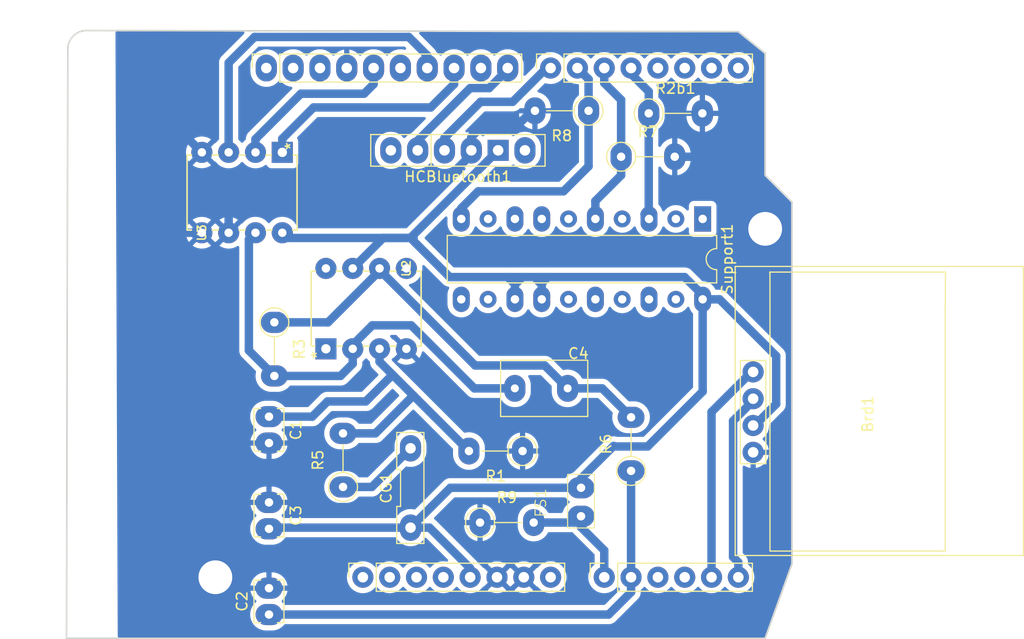
<source format=kicad_pcb>
(kicad_pcb (version 20221018) (generator pcbnew)
  (title_block (date "mar. 31 mars 2015"))
  (layers (0 "F.Cu" signal) (31 "B.Cu" signal) (34 "B.Paste" user) (35 "F.Paste" user) (36 "B.SilkS" user "B.Silkscreen") (37 "F.SilkS" user "F.Silkscreen") (38 "B.Mask" user) (39 "F.Mask" user) (44 "Edge.Cuts" user))
  (net 0 "")
  (net 1 "GND")
  (net 3 "+5V")
  (net 4 "/IOREF")
  (net 5 "/A0")
  (net 6 "/A1")
  (net 7 "/A2")
  (net 8 "/A3")
  (net 9 "/SDA{slash}A4")
  (net 10 "/SCL{slash}A5")
  (net 11 "/13")
  (net 12 "/12")
  (net 13 "/AREF")
  (net 14 "/8")
  (net 15 "/7")
  (net 16 "/*11")
  (net 17 "/*10")
  (net 18 "/*9")
  (net 19 "/4")
  (net 20 "/2")
  (net 21 "/*6")
  (net 22 "/*5")
  (net 23 "/TX{slash}1")
  (net 24 "/*3")
  (net 25 "/RX{slash}0")
  (net 26 "+3V3")
  (net 27 "VCC")
  (net 28 "/~{RESET}")
  (net 29 "Net-(U2-+IN)")
  (net 30 "Net-(U2-OUT)")
  (net 31 "/R2")
  (net 34 "Net-(CG1-Vout)")
  (footprint "Connector_PinSocket_2.54mm:PinSocket_1x08_P2.54mm_Vertical" (layer "F.Cu") (at 127.94 97.46 90)
    (fp_text reference "J1" hide)
    (fp_text value "Power")
    (fp_line (start -1.33 1.27) (end -1.33 19.11) (stroke (width 0.12)) (layer "F.SilkS"))
    (fp_line (start -1.33 1.27) (end 1.33 1.27) (stroke (width 0.12)) (layer "F.SilkS"))
    (fp_line (start -1.33 19.11) (end 1.33 19.11) (stroke (width 0.12)) (layer "F.SilkS"))
    (fp_line (start 0 -1.33) (end 1.33 -1.33) (stroke (width 0.12)) (layer "F.SilkS"))
    (fp_line (start 1.33 -1.33) (end 1.33 0) (stroke (width 0.12)) (layer "F.SilkS"))
    (fp_line (start 1.33 1.27) (end 1.33 19.11) (stroke (width 0.12)) (layer "F.SilkS"))
    (pad "1" thru_hole circle locked (at 0 0 90) (size 2 2) (drill 1) (layers "*.Cu" "*.Mask"))
    (pad "2" thru_hole circle locked (at 0 2.54 90) (size 2 2) (drill 1) (layers "*.Cu" "*.Mask") (net 4 "/IOREF"))
    (pad "3" thru_hole circle locked (at 0 5.08 90) (size 2 2) (drill 1) (layers "*.Cu" "*.Mask") (net 28 "/~{RESET}"))
    (pad "4" thru_hole circle locked (at 0 7.62 90) (size 2 2) (drill 1) (layers "*.Cu" "*.Mask") (net 26 "+3V3"))
    (pad "5" thru_hole circle locked (at 0 10.16 90) (size 2 2) (drill 1) (layers "*.Cu" "*.Mask") (net 3 "+5V"))
    (pad "6" thru_hole circle locked (at 0 12.7 90) (size 2 2) (drill 1) (layers "*.Cu" "*.Mask") (net 1 "GND"))
    (pad "7" thru_hole circle locked (at 0 15.24 90) (size 2 2) (drill 1) (layers "*.Cu" "*.Mask") (net 1 "GND"))
    (pad "8" thru_hole circle locked (at 0 17.78 90) (size 2 2) (drill 1) (layers "*.Cu" "*.Mask") (net 27 "VCC"))
  )
  (footprint "Connector_PinSocket_2.54mm:PinSocket_1x06_P2.54mm_Vertical" (layer "F.Cu") (at 150.8 97.46 90)
    (fp_text reference "J3" hide)
    (fp_text value "Analog")
    (fp_line (start -1.33 1.27) (end -1.33 14.03) (stroke (width 0.12)) (layer "F.SilkS"))
    (fp_line (start -1.33 1.27) (end 1.33 1.27) (stroke (width 0.12)) (layer "F.SilkS"))
    (fp_line (start -1.33 14.03) (end 1.33 14.03) (stroke (width 0.12)) (layer "F.SilkS"))
    (fp_line (start 0 -1.33) (end 1.33 -1.33) (stroke (width 0.12)) (layer "F.SilkS"))
    (fp_line (start 1.33 -1.33) (end 1.33 0) (stroke (width 0.12)) (layer "F.SilkS"))
    (fp_line (start 1.33 1.27) (end 1.33 14.03) (stroke (width 0.12)) (layer "F.SilkS"))
    (pad "1" thru_hole circle locked (at 0 0 90) (size 2 2) (drill 1) (layers "*.Cu" "*.Mask") (net 5 "/A0"))
    (pad "2" thru_hole circle locked (at 0 2.54 90) (size 2 2) (drill 1) (layers "*.Cu" "*.Mask") (net 6 "/A1"))
    (pad "3" thru_hole circle locked (at 0 5.08 90) (size 2 2) (drill 1) (layers "*.Cu" "*.Mask") (net 7 "/A2"))
    (pad "4" thru_hole circle locked (at 0 7.62 90) (size 2 2) (drill 1) (layers "*.Cu" "*.Mask") (net 8 "/A3"))
    (pad "5" thru_hole circle locked (at 0 10.16 90) (size 2 2) (drill 1) (layers "*.Cu" "*.Mask") (net 9 "/SDA{slash}A4"))
    (pad "6" thru_hole circle locked (at 0 12.7 90) (size 2 2) (drill 1) (layers "*.Cu" "*.Mask") (net 10 "/SCL{slash}A5"))
  )
  (footprint "Connector_PinSocket_2.54mm:PinSocket_1x10_P2.54mm_Vertical" (layer "F.Cu") (at 118.796 49.2 90)
    (fp_text reference "J2" hide)
    (fp_text value "Digital/PWM")
    (fp_line (start -1.33 1.27) (end -1.33 24.19) (stroke (width 0.12)) (layer "F.SilkS"))
    (fp_line (start -1.33 1.27) (end 1.33 1.27) (stroke (width 0.12)) (layer "F.SilkS"))
    (fp_line (start -1.33 24.19) (end 1.33 24.19) (stroke (width 0.12)) (layer "F.SilkS"))
    (fp_line (start 0 -1.33) (end 1.33 -1.33) (stroke (width 0.12)) (layer "F.SilkS"))
    (fp_line (start 1.33 -1.33) (end 1.33 0) (stroke (width 0.12)) (layer "F.SilkS"))
    (fp_line (start 1.33 1.27) (end 1.33 24.19) (stroke (width 0.12)) (layer "F.SilkS"))
    (pad "1" thru_hole oval locked (at 0 0 90) (size 2.54 2) (drill 1) (layers "*.Cu" "*.Mask") (net 10 "/SCL{slash}A5"))
    (pad "2" thru_hole oval locked (at 0 2.54 90) (size 2.54 2) (drill 1) (layers "*.Cu" "*.Mask") (net 9 "/SDA{slash}A4"))
    (pad "3" thru_hole oval locked (at 0 5.08 90) (size 2.54 2) (drill 1) (layers "*.Cu" "*.Mask") (net 13 "/AREF"))
    (pad "4" thru_hole oval locked (at 0 7.62 90) (size 2.54 2) (drill 1) (layers "*.Cu" "*.Mask") (net 1 "GND"))
    (pad "5" thru_hole oval locked (at 0 10.16 90) (size 2.54 2) (drill 1) (layers "*.Cu" "*.Mask") (net 11 "/13"))
    (pad "6" thru_hole oval locked (at 0 12.7 90) (size 2.54 2) (drill 1) (layers "*.Cu" "*.Mask") (net 12 "/12"))
    (pad "7" thru_hole oval locked (at 0 15.24 90) (size 2.54 2) (drill 1) (layers "*.Cu" "*.Mask") (net 16 "/*11"))
    (pad "8" thru_hole oval locked (at 0 17.78 90) (size 2.54 2) (drill 1) (layers "*.Cu" "*.Mask") (net 17 "/*10"))
    (pad "9" thru_hole oval locked (at 0 20.32 90) (size 2.54 2) (drill 1) (layers "*.Cu" "*.Mask") (net 18 "/*9"))
    (pad "10" thru_hole oval locked (at 0 22.86 90) (size 2.54 2) (drill 1) (layers "*.Cu" "*.Mask") (net 14 "/8"))
  )
  (footprint "Connector_PinSocket_2.54mm:PinSocket_1x08_P2.54mm_Vertical" (layer "F.Cu") (at 145.72 49.2 90)
    (fp_text reference "J4" hide)
    (fp_text value "Digital/PWM")
    (fp_line (start -1.33 1.27) (end -1.33 19.11) (stroke (width 0.12)) (layer "F.SilkS"))
    (fp_line (start -1.33 1.27) (end 1.33 1.27) (stroke (width 0.12)) (layer "F.SilkS"))
    (fp_line (start -1.33 19.11) (end 1.33 19.11) (stroke (width 0.12)) (layer "F.SilkS"))
    (fp_line (start 0 -1.33) (end 1.33 -1.33) (stroke (width 0.12)) (layer "F.SilkS"))
    (fp_line (start 1.33 -1.33) (end 1.33 0) (stroke (width 0.12)) (layer "F.SilkS"))
    (fp_line (start 1.33 1.27) (end 1.33 19.11) (stroke (width 0.12)) (layer "F.SilkS"))
    (pad "1" thru_hole circle locked (at 0 0 90) (size 2 2) (drill 1) (layers "*.Cu" "*.Mask") (net 15 "/7"))
    (pad "2" thru_hole circle locked (at 0 2.54 90) (size 2 2) (drill 1) (layers "*.Cu" "*.Mask") (net 21 "/*6"))
    (pad "3" thru_hole circle locked (at 0 5.08 90) (size 2 2) (drill 1) (layers "*.Cu" "*.Mask") (net 22 "/*5"))
    (pad "4" thru_hole circle locked (at 0 7.62 90) (size 2 2) (drill 1) (layers "*.Cu" "*.Mask") (net 19 "/4"))
    (pad "5" thru_hole circle locked (at 0 10.16 90) (size 2 2) (drill 1) (layers "*.Cu" "*.Mask") (net 24 "/*3"))
    (pad "6" thru_hole circle locked (at 0 12.7 90) (size 2 2) (drill 1) (layers "*.Cu" "*.Mask") (net 20 "/2"))
    (pad "7" thru_hole circle locked (at 0 15.24 90) (size 2 2) (drill 1) (layers "*.Cu" "*.Mask") (net 23 "/TX{slash}1"))
    (pad "8" thru_hole circle locked (at 0 17.78 90) (size 2 2) (drill 1) (layers "*.Cu" "*.Mask") (net 25 "/RX{slash}0"))
  )
  (footprint "Library_Empreinte:Bluetooth_HC-05" (layer "F.Cu") (at 136.94 57)
    (fp_text reference "HCBluetooth1" (at 0 2.5) (layer "F.SilkS"))
    (fp_text value "~")
    (fp_line (start -8.255 -1.5) (end 8.255 -1.5) (stroke (width 0.12)) (layer "F.SilkS"))
    (fp_line (start -8.255 1.5) (end -8.255 -1.5) (stroke (width 0.12)) (layer "F.SilkS"))
    (fp_line (start -2.54 -1.5) (end -2.54 1.5) (stroke (width 0.12)) (layer "F.SilkS"))
    (fp_line (start 8.255 -1.5) (end 8.255 1.5) (stroke (width 0.12)) (layer "F.SilkS"))
    (fp_line (start 8.255 1.5) (end -8.255 1.5) (stroke (width 0.12)) (layer "F.SilkS"))
    (pad "1" thru_hole oval (at -3.81 0) (size 2 2.5) (drill 1) (layers "*.Cu" "*.Mask") (net 14 "/8"))
    (pad "2" thru_hole oval (at -1.27 0) (size 2 2.5) (drill 1) (layers "*.Cu" "*.Mask") (net 15 "/7"))
    (pad "3" thru_hole oval (at 1.27 0) (size 2 2.5) (drill 1) (layers "*.Cu" "*.Mask") (net 1 "GND"))
    (pad "4" thru_hole rect (at 3.81 0) (size 2 2) (drill 1) (layers "*.Cu" "*.Mask") (net 3 "+5V"))
    (pad "5" thru_hole oval (at -6.35 0) (size 2 2.5) (drill 1) (layers "*.Cu" "*.Mask"))
    (pad "6" thru_hole oval (at 6.35 0) (size 2 2.5) (drill 1) (layers "*.Cu" "*.Mask"))
  )
  (footprint "Library_Empreinte:LTC" (layer "F.Cu") (at 132.06 68.19 90)
    (fp_text reference "U2" (at 0 0 90) (layer "F.SilkS") (effects (font (size 0.787402 0.787402))))
    (fp_text value "LTC1050ACN8")
    (fp_text user "*" (at -8.2042 -8.4328 90) (layer "F.SilkS"))
    (fp_line (start -7.366 -9.017) (end -7.366 -8.6614) (stroke (width 0.1524)) (layer "F.SilkS"))
    (fp_line (start -7.366 -6.5786) (end -7.366 -6.0706) (stroke (width 0.1524)) (layer "F.SilkS"))
    (fp_line (start -7.366 -4.0894) (end -7.366 -3.5306) (stroke (width 0.1524)) (layer "F.SilkS"))
    (fp_line (start -7.366 -1.5494) (end -7.366 -0.9906) (stroke (width 0.1524)) (layer "F.SilkS"))
    (fp_line (start -7.366 0.9906) (end -7.366 1.397) (stroke (width 0.1524)) (layer "F.SilkS"))
    (fp_line (start -7.366 1.397) (end -0.254 1.397) (stroke (width 0.1524)) (layer "F.SilkS"))
    (fp_line (start -0.254 -9.017) (end -7.366 -9.017) (stroke (width 0.1524)) (layer "F.SilkS"))
    (fp_line (start -0.254 -8.6106) (end -0.254 -9.017) (stroke (width 0.1524)) (layer "F.SilkS"))
    (fp_line (start -0.254 -6.0706) (end -0.254 -6.6294) (stroke (width 0.1524)) (layer "F.SilkS"))
    (fp_line (start -0.254 -3.5306) (end -0.254 -4.0894) (stroke (width 0.1524)) (layer "F.SilkS"))
    (fp_line (start -0.254 -0.9906) (end -0.254 -1.5494) (stroke (width 0.1524)) (layer "F.SilkS"))
    (fp_line (start -0.254 1.397) (end -0.254 0.9906) (stroke (width 0.1524)) (layer "F.SilkS"))
    (pad "1" thru_hole rect (at -7.62 -7.62 90) (size 2 2) (drill 0.889) (layers "*.Cu" "*.Mask"))
    (pad "2" thru_hole circle (at -7.62 -5.08 90) (size 2 2) (drill 0.8) (layers "*.Cu" "*.Mask") (net 31 "/R2"))
    (pad "3" thru_hole circle (at -7.62 -2.54 90) (size 2 2) (drill 0.8) (layers "*.Cu" "*.Mask") (net 29 "Net-(U2-+IN)"))
    (pad "4" thru_hole circle (at -7.62 0 90) (size 2 2) (drill 0.8) (layers "*.Cu" "*.Mask") (net 1 "GND"))
    (pad "5" thru_hole circle (at 0 0 90) (size 2 2) (drill 0.8) (layers "*.Cu" "*.Mask"))
    (pad "6" thru_hole circle (at 0 -2.54 90) (size 2 2) (drill 0.8) (layers "*.Cu" "*.Mask") (net 30 "Net-(U2-OUT)"))
    (pad "7" thru_hole circle (at 0 -5.08 90) (size 2 2) (drill 0.8) (layers "*.Cu" "*.Mask") (net 3 "+5V"))
    (pad "8" thru_hole circle (at 0 -7.62 90) (size 2 2) (drill 0.8) (layers "*.Cu" "*.Mask"))
  )
  (footprint "Library_Empreinte:C4" (layer "F.Cu") (at 144.7929 77.0191)
    (fp_text reference "C4" (at 3.556 -0.762 unlocked) (layer "F.SilkS"))
    (fp_text value "C")
    (fp_rect (start -3.81 -0.127) (end 4.445 5.207) (stroke (width 0.12)) (fill none) (layer "F.SilkS"))
    (pad "1" thru_hole oval (at -2.46 2.54) (size 2 2.54) (drill 0.762) (layers "*.Cu" "*.Mask") (net 31 "/R2"))
    (pad "2" thru_hole oval (at 2.54 2.54) (size 2 2.54) (drill 0.762) (layers "*.Cu" "*.Mask") (net 30 "Net-(U2-OUT)"))
  )
  (footprint "Library_Empreinte:R_Axial_DIN0207_L6.3mm_D2.5mm_P5.08mm_Vertical" (layer "F.Cu") (at 153.34 87.3798 90)
    (fp_text reference "R6" (at 2.54 -2.37 270) (layer "F.SilkS"))
    (fp_text value "R")
    (fp_line (start 1.37 0) (end 3.98 0) (stroke (width 0.12)) (layer "F.SilkS"))
    (fp_circle (center 0 0) (end 1.37 0) (stroke (width 0.12)) (fill none) (layer "F.SilkS"))
    (pad "1" thru_hole oval (at 0 0 90) (size 2 2.54) (drill 0.8) (layers "*.Cu" "*.Mask") (net 6 "/A1"))
    (pad "2" thru_hole oval (at 5.08 0 90) (size 2 2.54) (drill 0.8) (layers "*.Cu" "*.Mask") (net 30 "Net-(U2-OUT)"))
  )
  (footprint "Library_Empreinte:R_Axial_DIN0207_L6.3mm_D2.5mm_P5.08mm_Vertical" (layer "F.Cu") (at 139.0362 92.2784)
    (fp_text reference "R9" (at 2.54 -2.37 180) (layer "F.SilkS"))
    (fp_text value "R")
    (fp_line (start 1.37 0) (end 3.98 0) (stroke (width 0.12)) (layer "F.SilkS"))
    (fp_circle (center 0 0) (end 1.37 0) (stroke (width 0.12)) (fill none) (layer "F.SilkS"))
    (pad "1" thru_hole oval (at 0 0) (size 2 2.54) (drill 0.8) (layers "*.Cu" "*.Mask") (net 1 "GND"))
    (pad "2" thru_hole oval (at 5.08 0) (size 2 2.54) (drill 0.8) (layers "*.Cu" "*.Mask") (net 5 "/A0"))
  )
  (footprint "Library_Empreinte:capa" (layer "F.Cu") (at 119.05 82.24 -90)
    (fp_text reference "C1" (at 1.25 -2.55 90) (layer "F.SilkS"))
    (fp_text value "C")
    (fp_line (start -0.77 -1.42) (end -0.77 -0.795) (stroke (width 0.12)) (layer "F.SilkS"))
    (fp_line (start -0.77 -1.42) (end 3.27 -1.42) (stroke (width 0.12)) (layer "F.SilkS"))
    (fp_line (start -0.77 0.795) (end -0.77 1.42) (stroke (width 0.12)) (layer "F.SilkS"))
    (fp_line (start -0.77 1.42) (end 3.27 1.42) (stroke (width 0.12)) (layer "F.SilkS"))
    (fp_line (start 3.27 -1.42) (end 3.27 -0.795) (stroke (width 0.12)) (layer "F.SilkS"))
    (fp_line (start 3.27 0.795) (end 3.27 1.42) (stroke (width 0.12)) (layer "F.SilkS"))
    (pad "1" thru_hole oval (at 0 0 270) (size 2 2.54) (drill 0.8) (layers "*.Cu" "*.Mask") (net 29 "Net-(U2-+IN)"))
    (pad "2" thru_hole oval (at 2.5 0 270) (size 2 2.54) (drill 0.8) (layers "*.Cu" "*.Mask") (net 1 "GND"))
  )
  (footprint "Library_Empreinte:FlexSensor" (layer "F.Cu") (at 147.33 90.41 90)
    (fp_text reference "FS1" (at 0 -2.54 90 unlocked) (layer "F.SilkS") (effects (font (thickness 0.1))))
    (fp_text value "~")
    (fp_rect (start -2.38 0) (end 2.7 2.54) (stroke (width 0.1)) (fill none) (layer "F.SilkS"))
    (pad "1" thru_hole oval (at -1.27 1.27 90) (size 2 2.54) (drill 0.8) (layers "*.Cu" "*.Mask") (net 5 "/A0"))
    (pad "2" thru_hole oval (at 1.43 1.27 90) (size 2 2.54) (drill 0.8) (layers "*.Cu" "*.Mask") (net 3 "+5V"))
  )
  (footprint "Library_Empreinte:R_Axial_DIN0207_L6.3mm_D2.5mm_P5.08mm_Vertical" (layer "F.Cu") (at 155.0128 53.4926)
    (fp_text reference "R2b1" (at 2.54 -2.37 180) (layer "F.SilkS"))
    (fp_text value "R")
    (fp_line (start 1.37 0) (end 3.98 0) (stroke (width 0.12)) (layer "F.SilkS"))
    (fp_circle (center 0 0) (end 1.37 0) (stroke (width 0.12)) (fill none) (layer "F.SilkS"))
    (pad "1" thru_hole oval (at 0 0) (size 2 2.54) (drill 0.8) (layers "*.Cu" "*.Mask") (net 19 "/4"))
    (pad "2" thru_hole oval (at 5.08 0) (size 2 2.54) (drill 0.8) (layers "*.Cu" "*.Mask") (net 1 "GND"))
  )
  (footprint "Library_Empreinte:CG" (layer "F.Cu") (at 132.25 89)
    (fp_text reference "CG1" (at -2.1 0 90) (layer "F.SilkS"))
    (fp_text value "~")
    (fp_line (start -1.1 -1.753333) (end -0.739999 -1.753333) (stroke (width 0.12)) (layer "F.SilkS"))
    (fp_line (start -1.1 1.753333) (end -1.1 5.26) (stroke (width 0.12)) (layer "F.SilkS"))
    (fp_line (start -1.1 5.26) (end 1.4732 5.26) (stroke (width 0.12)) (layer "F.SilkS"))
    (fp_line (start -1.099999 -5.26) (end -1.1 -1.753333) (stroke (width 0.12)) (layer "F.SilkS"))
    (fp_line (start -0.74 1.753333) (end -1.1 1.753333) (stroke (width 0.12)) (layer "F.SilkS"))
    (fp_line (start -0.739999 -1.753333) (end -0.74 1.753333) (stroke (width 0.12)) (layer "F.SilkS"))
    (fp_line (start 1.4732 -5.26) (end -1.099999 -5.26) (stroke (width 0.12)) (layer "F.SilkS"))
    (fp_line (start 1.4732 5.26) (end 1.4732 -5.2324) (stroke (width 0.12)) (layer "F.SilkS"))
    (pad "1" thru_hole oval (at 0.2032 3.76) (size 2 2.5) (drill 1) (layers "*.Cu" "*.Mask") (net 3 "+5V"))
    (pad "2" thru_hole oval (at 0.2032 -3.76) (size 2 2.5) (drill 1) (layers "*.Cu" "*.Mask") (net 34 "Net-(CG1-Vout)"))
  )
  (footprint "Library_Empreinte:capa" (layer "F.Cu") (at 119.05 90.368 -90)
    (fp_text reference "C3" (at 1.25 -2.55 90) (layer "F.SilkS"))
    (fp_text value "C")
    (fp_line (start -0.77 -1.42) (end -0.77 -0.795) (stroke (width 0.12)) (layer "F.SilkS"))
    (fp_line (start -0.77 -1.42) (end 3.27 -1.42) (stroke (width 0.12)) (layer "F.SilkS"))
    (fp_line (start -0.77 0.795) (end -0.77 1.42) (stroke (width 0.12)) (layer "F.SilkS"))
    (fp_line (start -0.77 1.42) (end 3.27 1.42) (stroke (width 0.12)) (layer "F.SilkS"))
    (fp_line (start 3.27 -1.42) (end 3.27 -0.795) (stroke (width 0.12)) (layer "F.SilkS"))
    (fp_line (start 3.27 0.795) (end 3.27 1.42) (stroke (width 0.12)) (layer "F.SilkS"))
    (pad "1" thru_hole oval (at 0 0 270) (size 2 2.54) (drill 0.8) (layers "*.Cu" "*.Mask") (net 1 "GND"))
    (pad "2" thru_hole oval (at 2.5 0 270) (size 2 2.54) (drill 0.8) (layers "*.Cu" "*.Mask") (net 3 "+5V"))
  )
  (footprint "Library_Empreinte:128x64OLED" (layer "F.Cu") (at 175.5 82 90)
    (fp_text reference "Brd1" (at 0 0.254 90) (layer "F.SilkS"))
    (fp_text value "SSD1306")
    (fp_line (start -13.4 -12.3) (end 14 -12.3) (stroke (width 0.12)) (layer "F.SilkS"))
    (fp_line (start -13.4 15) (end -13.4 -12.3) (stroke (width 0.12)) (layer "F.SilkS"))
    (fp_line (start -12.978 -9.005) (end 10.122 -9.005) (stroke (width 0.12)) (layer "F.SilkS"))
    (fp_line (start -12.978 7.595) (end -12.978 -9.005) (stroke (width 0.12)) (layer "F.SilkS"))
    (fp_line (start -4.699 -11.811) (end -4.699 -9.398) (stroke (width 0.12)) (layer "F.SilkS"))
    (fp_line (start -4.699 -11.811) (end 5.08 -11.811) (stroke (width 0.12)) (layer "F.SilkS"))
    (fp_line (start 5.08 -11.811) (end 5.08 -9.398) (stroke (width 0.12)) (layer "F.SilkS"))
    (fp_line (start 5.08 -9.398) (end -4.699 -9.398) (stroke (width 0.12)) (layer "F.SilkS"))
    (fp_line (start 10.122 -9.005) (end 13.208 -9.005) (stroke (width 0.12)) (layer "F.SilkS"))
    (fp_line (start 10.122 7.595) (end -12.978 7.595) (stroke (width 0.12)) (layer "F.SilkS"))
    (fp_line (start 10.122 7.595) (end 13.462 7.62) (stroke (width 0.12)) (layer "F.SilkS"))
    (fp_line (start 13.462 -9.017) (end 13.208 -9.005) (stroke (width 0.12)) (layer "F.SilkS"))
    (fp_line (start 13.462 7.62) (end 13.462 -9.017) (stroke (width 0.12)) (layer "F.SilkS"))
    (fp_line (start 14 -12.3) (end 14 15) (stroke (width 0.12)) (layer "F.SilkS"))
    (fp_line (start 14 15) (end -13.4 15) (stroke (width 0.12)) (layer "F.SilkS"))
    (pad "1" thru_hole oval (at -3.62 -10.6 180) (size 2 2) (drill 1) (layers "*.Cu" "*.Mask") (net 1 "GND"))
    (pad "2" thru_hole oval (at -1.08 -10.6 180) (size 2 2) (drill 1) (layers "*.Cu" "*.Mask") (net 3 "+5V"))
    (pad "3" thru_hole oval (at 1.46 -10.6 180) (size 2 2) (drill 1) (layers "*.Cu" "*.Mask") (net 10 "/SCL{slash}A5"))
    (pad "4" thru_hole oval (at 4 -10.6 180) (size 2 2) (drill 1) (layers "*.Cu" "*.Mask") (net 9 "/SDA{slash}A4"))
  )
  (footprint "Library_Empreinte:R_Axial_DIN0207_L6.3mm_D2.5mm_P5.08mm_Vertical" (layer "F.Cu") (at 126.0604 88.9038 90)
    (fp_text reference "R5" (at 2.54 -2.37 270) (layer "F.SilkS"))
    (fp_text value "R")
    (fp_line (start 1.37 0) (end 3.98 0) (stroke (width 0.12)) (layer "F.SilkS"))
    (fp_circle (center 0 0) (end 1.37 0) (stroke (width 0.12)) (fill none) (layer "F.SilkS"))
    (pad "1" thru_hole oval (at 0 0 90) (size 2 2.54) (drill 0.8) (layers "*.Cu" "*.Mask") (net 34 "Net-(CG1-Vout)"))
    (pad "2" thru_hole oval (at 5.08 0 90) (size 2 2.54) (drill 0.8) (layers "*.Cu" "*.Mask") (net 29 "Net-(U2-+IN)"))
  )
  (footprint "Library_Empreinte:LTC" (layer "F.Cu") (at 112.69 64.81 -90)
    (fp_text reference "U3" (at 0 0 90) (layer "F.SilkS") (effects (font (size 0.787402 0.787402))))
    (fp_text value "MCP41100")
    (fp_text user "*" (at -8.2042 -8.4328 90) (layer "F.SilkS"))
    (fp_line (start -7.366 -9.017) (end -7.366 -8.6614) (stroke (width 0.1524)) (layer "F.SilkS"))
    (fp_line (start -7.366 -6.5786) (end -7.366 -6.0706) (stroke (width 0.1524)) (layer "F.SilkS"))
    (fp_line (start -7.366 -4.0894) (end -7.366 -3.5306) (stroke (width 0.1524)) (layer "F.SilkS"))
    (fp_line (start -7.366 -1.5494) (end -7.366 -0.9906) (stroke (width 0.1524)) (layer "F.SilkS"))
    (fp_line (start -7.366 0.9906) (end -7.366 1.397) (stroke (width 0.1524)) (layer "F.SilkS"))
    (fp_line (start -7.366 1.397) (end -0.254 1.397) (stroke (width 0.1524)) (layer "F.SilkS"))
    (fp_line (start -0.254 -9.017) (end -7.366 -9.017) (stroke (width 0.1524)) (layer "F.SilkS"))
    (fp_line (start -0.254 -8.6106) (end -0.254 -9.017) (stroke (width 0.1524)) (layer "F.SilkS"))
    (fp_line (start -0.254 -6.0706) (end -0.254 -6.6294) (stroke (width 0.1524)) (layer "F.SilkS"))
    (fp_line (start -0.254 -3.5306) (end -0.254 -4.0894) (stroke (width 0.1524)) (layer "F.SilkS"))
    (fp_line (start -0.254 -0.9906) (end -0.254 -1.5494) (stroke (width 0.1524)) (layer "F.SilkS"))
    (fp_line (start -0.254 1.397) (end -0.254 0.9906) (stroke (width 0.1524)) (layer "F.SilkS"))
    (pad "1" thru_hole rect (at -7.62 -7.62 270) (size 2 2) (drill 0.889) (layers "*.Cu" "*.Mask") (net 17 "/*10"))
    (pad "2" thru_hole circle (at -7.62 -5.08 270) (size 2 2) (drill 0.8) (layers "*.Cu" "*.Mask") (net 11 "/13"))
    (pad "3" thru_hole circle (at -7.62 -2.54 270) (size 2 2) (drill 0.8) (layers "*.Cu" "*.Mask") (net 16 "/*11"))
    (pad "4" thru_hole circle (at -7.62 0 270) (size 2 2) (drill 0.8) (layers "*.Cu" "*.Mask") (net 1 "GND"))
    (pad "5" thru_hole circle (at 0 0 270) (size 2 2) (drill 0.8) (layers "*.Cu" "*.Mask") (net 1 "GND"))
    (pad "6" thru_hole circle (at 0 -2.54 270) (size 2 2) (drill 0.8) (layers "*.Cu" "*.Mask") (net 1 "GND"))
    (pad "7" thru_hole circle (at 0 -5.08 270) (size 2 2) (drill 0.8) (layers "*.Cu" "*.Mask") (net 31 "/R2"))
    (pad "8" thru_hole circle (at 0 -7.62 270) (size 2 2) (drill 0.8) (layers "*.Cu" "*.Mask") (net 3 "+5V"))
  )
  (footprint "Library_Empreinte:capa" (layer "F.Cu") (at 119.05 100.996 90)
    (fp_text reference "C2" (at 1.25 -2.55 90) (layer "F.SilkS"))
    (fp_text value "C")
    (fp_line (start -0.77 -1.42) (end -0.77 -0.795) (stroke (width 0.12)) (layer "F.SilkS"))
    (fp_line (start -0.77 -1.42) (end 3.27 -1.42) (stroke (width 0.12)) (layer "F.SilkS"))
    (fp_line (start -0.77 0.795) (end -0.77 1.42) (stroke (width 0.12)) (layer "F.SilkS"))
    (fp_line (start -0.77 1.42) (end 3.27 1.42) (stroke (width 0.12)) (layer "F.SilkS"))
    (fp_line (start 3.27 -1.42) (end 3.27 -0.795) (stroke (width 0.12)) (layer "F.SilkS"))
    (fp_line (start 3.27 0.795) (end 3.27 1.42) (stroke (width 0.12)) (layer "F.SilkS"))
    (pad "1" thru_hole oval (at 0 0 90) (size 2 2.54) (drill 0.8) (layers "*.Cu" "*.Mask") (net 6 "/A1"))
    (pad "2" thru_hole oval (at 2.5 0 90) (size 2 2.54) (drill 0.8) (layers "*.Cu" "*.Mask") (net 1 "GND"))
  )
  (footprint "Library_Empreinte:DIP-20_W7.62mm_LongPads" (layer "F.Cu") (at 160.12 63.5 -90)
    (fp_text reference "Support1" (at 3.81 -2.33 90) (layer "F.SilkS"))
    (fp_text value "~")
    (fp_line (start 1.56 -1.33) (end 1.56 24.19) (stroke (width 0.12)) (layer "F.SilkS"))
    (fp_line (start 1.56 24.19) (end 6.06 24.19) (stroke (width 0.12)) (layer "F.SilkS"))
    (fp_line (start 2.81 -1.33) (end 1.56 -1.33) (stroke (width 0.12)) (layer "F.SilkS"))
    (fp_line (start 6.06 -1.33) (end 4.81 -1.33) (stroke (width 0.12)) (layer "F.SilkS"))
    (fp_line (start 6.06 24.19) (end 6.06 -1.33) (stroke (width 0.12)) (layer "F.SilkS"))
    (fp_arc (start 4.81 -1.33) (mid 3.81 -0.33) (end 2.81 -1.33) (stroke (width 0.12)) (layer "F.SilkS"))
    (pad "1" thru_hole rect (at 0 0 270) (size 2.4 1.6) (drill 0.8) (layers "*.Cu" "*.Mask") (net 3 "+5V"))
    (pad "1" thru_hole oval (at 7.62 0 270) (size 2.4 1.6) (drill 0.8) (layers "*.Cu" "*.Mask") (net 3 "+5V"))
    (pad "2" thru_hole oval (at 0 5.08 270) (size 2.4 1.6) (drill 0.8) (layers "*.Cu" "*.Mask") (net 19 "/4"))
    (pad "2" thru_hole oval (at 7.62 5.08 270) (size 2.4 1.6) (drill 0.8) (layers "*.Cu" "*.Mask") (net 19 "/4"))
    (pad "3" thru_hole oval (at 0 10.16 270) (size 2.4 1.6) (drill 0.8) (layers "*.Cu" "*.Mask") (net 22 "/*5"))
    (pad "3" thru_hole oval (at 7.62 10.16 270) (size 2.4 1.6) (drill 0.8) (layers "*.Cu" "*.Mask") (net 22 "/*5"))
    (pad "4" thru_hole oval (at 0 15.24 270) (size 2.4 1.6) (drill 0.8) (layers "*.Cu" "*.Mask") (net 3 "+5V"))
    (pad "4" thru_hole oval (at 7.62 15.24 270) (size 2.4 1.6) (drill 0.8) (layers "*.Cu" "*.Mask") (net 3 "+5V"))
    (pad "5" thru_hole oval (at 0 17.78 270) (size 2.4 1.6) (drill 0.8) (layers "*.Cu" "*.Mask") (net 3 "+5V"))
    (pad "5" thru_hole oval (at 7.62 17.78 270) (size 2.4 1.6) (drill 0.8) (layers "*.Cu" "*.Mask") (net 3 "+5V"))
    (pad "6" thru_hole oval (at 0 22.86 270) (size 2.4 1.6) (drill 0.8) (layers "*.Cu" "*.Mask") (net 21 "/*6"))
    (pad "6" thru_hole oval (at 7.62 22.86 270) (size 2.4 1.6) (drill 0.8) (layers "*.Cu" "*.Mask") (net 21 "/*6"))
    (pad "21" thru_hole oval (at 0 2.54 270) (size 1.6 1.6) (drill 0.8) (layers "*.Cu" "*.Mask"))
    (pad "21" thru_hole oval (at 7.62 2.54 270) (size 1.6 1.6) (drill 0.8) (layers "*.Cu" "*.Mask"))
    (pad "22" thru_hole oval (at 0 7.62 270) (size 1.6 1.6) (drill 0.8) (layers "*.Cu" "*.Mask"))
    (pad "22" thru_hole oval (at 7.62 7.62 270) (size 1.6 1.6) (drill 0.8) (layers "*.Cu" "*.Mask"))
    (pad "23" thru_hole oval (at 0 12.7 270) (size 1.6 1.6) (drill 0.8) (layers "*.Cu" "*.Mask"))
    (pad "23" thru_hole oval (at 7.62 12.7 270) (size 1.6 1.6) (drill 0.8) (layers "*.Cu" "*.Mask"))
    (pad "24" thru_hole oval (at 0 20.32 270) (size 1.6 1.6) (drill 0.8) (layers "*.Cu" "*.Mask"))
    (pad "24" thru_hole oval (at 7.62 20.32 270) (size 1.6 1.6) (drill 0.8) (layers "*.Cu" "*.Mask"))
  )
  (footprint "Library_Empreinte:R_Axial_DIN0207_L6.3mm_D2.5mm_P5.08mm_Vertical" (layer "F.Cu") (at 152.3966 57.6074)
    (fp_text reference "R7" (at 2.54 -2.37 180) (layer "F.SilkS"))
    (fp_text value "R")
    (fp_line (start 1.37 0) (end 3.98 0) (stroke (width 0.12)) (layer "F.SilkS"))
    (fp_circle (center 0 0) (end 1.37 0) (stroke (width 0.12)) (fill none) (layer "F.SilkS"))
    (pad "1" thru_hole oval (at 0 0) (size 2 2.54) (drill 0.8) (layers "*.Cu" "*.Mask") (net 22 "/*5"))
    (pad "2" thru_hole oval (at 5.08 0) (size 2 2.54) (drill 0.8) (layers "*.Cu" "*.Mask") (net 1 "GND"))
  )
  (footprint "Library_Empreinte:R_Axial_DIN0207_L6.3mm_D2.5mm_P5.08mm_Vertical" (layer "F.Cu") (at 143.065 85.5 180)
    (fp_text reference "R1" (at 2.54 -2.37) (layer "F.SilkS"))
    (fp_text value "R")
    (fp_line (start 1.37 0) (end 3.98 0) (stroke (width 0.12)) (layer "F.SilkS"))
    (fp_circle (center 0 0) (end 1.37 0) (stroke (width 0.12)) (fill none) (layer "F.SilkS"))
    (pad "1" thru_hole oval (at 0 0 180) (size 2 2.54) (drill 0.8) (layers "*.Cu" "*.Mask") (net 1 "GND"))
    (pad "2" thru_hole oval (at 5.08 0 180) (size 2 2.54) (drill 0.8) (layers "*.Cu" "*.Mask") (net 29 "Net-(U2-+IN)"))
  )
  (footprint "Library_Empreinte:R_Axial_DIN0207_L6.3mm_D2.5mm_P5.08mm_Vertical" (layer "F.Cu") (at 119.558 73.301 -90)
    (fp_text reference "R3" (at 2.54 -2.37 90) (layer "F.SilkS"))
    (fp_text value "R")
    (fp_line (start 1.37 0) (end 3.98 0) (stroke (width 0.12)) (layer "F.SilkS"))
    (fp_circle (center 0 0) (end 1.37 0) (stroke (width 0.12)) (fill none) (layer "F.SilkS"))
    (pad "1" thru_hole oval (at 0 0 270) (size 2 2.54) (drill 0.8) (layers "*.Cu" "*.Mask") (net 30 "Net-(U2-OUT)"))
    (pad "2" thru_hole oval (at 5.08 0 270) (size 2 2.54) (drill 0.8) (layers "*.Cu" "*.Mask") (net 31 "/R2"))
  )
  (footprint "Arduino_MountingHole:MountingHole_3.2mm" (layer "F.Cu") (at 113.97 97.46)
    (fp_text reference "MH2" hide)
    (fp_text value "MountingHole_3.2mm" hide)
    (pad "" np_thru_hole circle locked (at 0 0) (size 3.2 3.2) (drill 3.2) (layers "*.Cu" "*.Mask"))
  )
  (footprint "Arduino_MountingHole:MountingHole_3.2mm" (layer "F.Cu") (at 166.04 64.44)
    (fp_text reference "MH3" hide)
    (fp_text value "MountingHole_3.2mm" hide)
    (pad "" np_thru_hole circle locked (at 0 0) (size 3.2 3.2) (drill 3.2) (layers "*.Cu" "*.Mask"))
  )
  (footprint "Library_Empreinte:R_Axial_DIN0207_L6.3mm_D2.5mm_P5.08mm_Vertical" (layer "F.Cu") (at 149.315 53.25 180)
    (fp_text reference "R8" (at 2.54 -2.37) (layer "F.SilkS"))
    (fp_text value "R")
    (fp_line (start 1.37 0) (end 3.98 0) (stroke (width 0.12)) (layer "F.SilkS"))
    (fp_circle (center 0 0) (end 1.37 0) (stroke (width 0.12)) (fill none) (layer "F.SilkS"))
    (pad "1" thru_hole oval (at 0 0 180) (size 2 2.54) (drill 0.8) (layers "*.Cu" "*.Mask") (net 21 "/*6"))
    (pad "2" thru_hole oval (at 5.08 0 180) (size 2 2.54) (drill 0.8) (layers "*.Cu" "*.Mask") (net 1 "GND"))
  )
  (gr_line (start 166.04 59.36) (end 168.58 61.9) (stroke (width 0.15)) (layer "Edge.Cuts"))
  (gr_line (start 99.873 103.2512) (end 99.995471 47.422) (stroke (width 0.15)) (layer "Edge.Cuts"))
  (gr_line (start 168.58 61.9) (end 168.58 96.19) (stroke (width 0.15)) (layer "Edge.Cuts"))
  (gr_line (start 166.04 103.2512) (end 99.873 103.2512) (stroke (width 0.15)) (layer "Edge.Cuts"))
  (gr_line (start 101.905 45.644001) (end 163.5 45.75) (stroke (width 0.15)) (layer "Edge.Cuts"))
  (gr_line (start 168.58 96.19) (end 166.04 103.2512) (stroke (width 0.15)) (layer "Edge.Cuts"))
  (gr_line (start 163.5 45.75) (end 166.04 47.803) (stroke (width 0.15)) (layer "Edge.Cuts"))
  (gr_line (start 166.04 47.803) (end 166.04 59.36) (stroke (width 0.15)) (layer "Edge.Cuts"))
  (gr_arc (start 99.995471 47.422) (mid 100.563293 46.117433) (end 101.905 45.644001) (stroke (width 0.15)) (layer "Edge.Cuts"))
  (segment (start 109.56 64.81) (end 109.5 64.75) (width 0.8) (layer "B.Cu") (net 1))
  (segment (start 138.21 57.397006) (end 135.866006 59.741) (width 0.8) (layer "B.Cu") (net 1))
  (segment (start 142.1476 55.0674) (end 138.8826 55.0674) (width 0.8) (layer "B.Cu") (net 1))
  (segment (start 157.4766 57.6074) (end 159.944 57.6074) (width 0.8) (layer "B.Cu") (net 1))
  (segment (start 112.69 57.19) (end 111.5 56) (width 0.8) (layer "B.Cu") (net 1))
  (segment (start 159.944 57.6074) (end 159.9694 57.582) (width 0.8) (layer "B.Cu") (net 1))
  (segment (start 138.21 57) (end 138.21 57.397006) (width 0.8) (layer "B.Cu") (net 1))
  (segment (start 143.965 53.25) (end 142.1476 55.0674) (width 0.8) (layer "B.Cu") (net 1))
  (segment (start 111.5 56) (end 111 56) (width 0.8) (layer "B.Cu") (net 1))
  (segment (start 115.23 62.73) (end 114.75 62.25) (width 0.8) (layer "B.Cu") (net 1))
  (segment (start 138.8826 55.0674) (end 138.21 55.74) (width 0.8) (layer "B.Cu") (net 1))
  (segment (start 138.21 55.74) (end 138.21 57) (width 0.8) (layer "B.Cu") (net 1))
  (segment (start 144.235 53.25) (end 143.965 53.25) (width 0.8) (layer "B.Cu") (net 1))
  (segment (start 126.416 49.2) (end 126.416 49.834) (width 0.8) (layer "B.Cu") (net 1))
  (segment (start 135.866006 59.741) (end 134.4424 59.741) (width 0.8) (layer "B.Cu") (net 1))
  (segment (start 112.69 64.81) (end 109.56 64.81) (width 0.8) (layer "B.Cu") (net 1))
  (segment (start 115.23 64.81) (end 115.23 62.73) (width 0.8) (layer "B.Cu") (net 1))
  (segment (start 151.689 85.014) (end 151.7398 85.0648) (width 0.8) (layer "B.Cu") (net 3))
  (segment (start 129.87 65.3) (end 126.98 68.19) (width 0.8) (layer "B.Cu") (net 3))
  (segment (start 141.783 69.012) (end 143.053 69.012) (width 0.8) (layer "B.Cu") (net 3))
  (segment (start 132.75 65.3) (end 132.385 65.3) (width 0.8) (layer "B.Cu") (net 3))
  (segment (start 132.4532 92.76) (end 134.2532 92.76) (width 0.8) (layer "B.Cu") (net 3))
  (segment (start 136.2332 88.98) (end 132.4532 92.76) (width 0.8) (layer "B.Cu") (net 3))
  (segment (start 165.047006 83.08) (end 167.0814 81.045606) (width 0.8) (layer "B.Cu") (net 3))
  (segment (start 144.88 69.598) (end 145.466 69.012) (width 0.8) (layer "B.Cu") (net 3))
  (segment (start 126.98 68.337006) (end 126.98 68.19) (width 0.8) (layer "B.Cu") (net 3))
  (segment (start 144.88 69.725) (end 144.88 71.12) (width 0.8) (layer "B.Cu") (net 3))
  (segment (start 119.158 92.76) (end 119.05 92.868) (width 0.8) (layer "B.Cu") (net 3))
  (segment (start 160.12 70.72) (end 160.12 71.12) (width 0.8) (layer "B.Cu") (net 3))
  (segment (start 158.412 69.012) (end 158.8605 69.4605) (width 0.8) (layer "B.Cu") (net 3))
  (segment (start 148.6 88.98) (end 136.2332 88.98) (width 0.8) (layer "B.Cu") (net 3))
  (segment (start 132.385 65.3) (end 129.87 65.3) (width 0.8) (layer "B.Cu") (net 3))
  (segment (start 148.6 88.103) (end 151.689 85.014) (width 0.8) (layer "B.Cu") (net 3))
  (segment (start 120.8 65.3) (end 132.385 65.3) (width 0.8) (layer "B.Cu") (net 3))
  (segment (start 151.7398 85.0648) (end 154.9148 85.0648) (width 0.8) (layer "B.Cu") (net 3))
  (segment (start 145.466 69.012) (end 158.412 69.012) (width 0.8) (layer "B.Cu") (net 3))
  (segment (start 144.45 69.012) (end 145.466 69.012) (width 0.8) (layer "B.Cu") (net 3))
  (segment (start 120.31 64.81) (end 120.8 65.3) (width 0.8) (layer "B.Cu") (net 3))
  (segment (start 141.783 69.012) (end 141.783 69.139) (width 0.8) (layer "B.Cu") (net 3))
  (segment (start 132.45 65.3) (end 136.162 69.012) (width 0.8) (layer "B.Cu") (net 3))
  (segment (start 144.88 71.12) (end 144.88 69.598) (width 0.8) (layer "B.Cu") (net 3))
  (segment (start 142.369 69.696) (end 143.053 69.012) (width 0.8) (layer "B.Cu") (net 3))
  (segment (start 144.45 69.012) (end 144.45 69.295) (width 0.8) (layer "B.Cu") (net 3))
  (segment (start 142.34 69.696) (end 142.34 71.12) (width 0.8) (layer "B.Cu") (net 3))
  (segment (start 140.75 57) (end 134.054 63.696) (width 0.8) (layer "B.Cu") (net 3))
  (segment (start 160.12 79.8596) (end 160.12 71.12) (width 0.8) (layer "B.Cu") (net 3))
  (segment (start 143.053 69.012) (end 144.45 69.012) (width 0.8) (layer "B.Cu") (net 3))
  (segment (start 134.2532 92.76) (end 138.1 96.6068) (width 0.8) (layer "B.Cu") (net 3))
  (segment (start 158.8605 69.4605) (end 160.12 70.72) (width 0.8) (layer "B.Cu") (net 3))
  (segment (start 154.9148 85.0648) (end 160.12 79.8596) (width 0.8) (layer "B.Cu") (net 3))
  (segment (start 141.783 69.139) (end 142.34 69.696) (width 0.8) (layer "B.Cu") (net 3))
  (segment (start 132.385 65.3) (end 132.45 65.3) (width 0.8) (layer "B.Cu") (net 3))
  (segment (start 132.45 65.3) (end 133.598 64.152) (width 0.8) (layer "B.Cu") (net 3))
  (segment (start 164.9 83.08) (end 165.047006 83.08) (width 0.8) (layer "B.Cu") (net 3))
  (segment (start 142.34 69.696) (end 142.369 69.696) (width 0.8) (layer "B.Cu") (net 3))
  (segment (start 119.104 92.76) (end 118.996 92.868) (width 0.8) (layer "B.Cu") (net 3))
  (segment (start 167.0814 81.045606) (end 167.0814 76.4814) (width 0.8) (layer "B.Cu") (net 3))
  (segment (start 167.0814 76.4814) (end 161.72 71.12) (width 0.8) (layer "B.Cu") (net 3))
  (segment (start 138.1 97.46) (end 137.9032 97.46) (width 0.8) (layer "B.Cu") (net 3))
  (segment (start 138.1 96.6068) (end 138.1 97.46) (width 0.8) (layer "B.Cu") (net 3))
  (segment (start 144.45 69.295) (end 144.88 69.725) (width 0.8) (layer "B.Cu") (net 3))
  (segment (start 132.4532 92.76) (end 119.158 92.76) (width 0.8) (layer "B.Cu") (net 3))
  (segment (start 134.054 63.696) (end 133.598 64.152) (width 0.8) (layer "B.Cu") (net 3))
  (segment (start 148.6 88.98) (end 148.6 88.103) (width 0.8) (layer "B.Cu") (net 3))
  (segment (start 161.72 71.12) (end 160.12 71.12) (width 0.8) (layer "B.Cu") (net 3))
  (segment (start 136.162 69.012) (end 141.783 69.012) (width 0.8) (layer "B.Cu") (net 3))
  (segment (start 148.6 92.72) (end 150.8 94.92) (width 0.8) (layer "B.Cu") (net 5))
  (segment (start 148.6 91.68) (end 148.6 92.72) (width 0.8) (layer "B.Cu") (net 5))
  (segment (start 148.0016 92.2784) (end 148.6 91.68) (width 0.8) (layer "B.Cu") (net 5))
  (segment (start 150.8 94.92) (end 150.8 97.46) (width 0.8) (layer "B.Cu") (net 5))
  (segment (start 144.1162 92.2784) (end 148.0016 92.2784) (width 0.8) (layer "B.Cu") (net 5))
  (segment (start 153.34 87.3798) (end 153.34 97.46) (width 0.8) (layer "B.Cu") (net 6))
  (segment (start 153.34 98.874213) (end 151.218213 100.996) (width 0.8) (layer "B.Cu") (net 6))
  (segment (start 153.34 97.46) (end 153.34 98.874213) (width 0.8) (layer "B.Cu") (net 6))
  (segment (start 119.05 100.996) (end 151.218213 100.996) (width 0.8) (layer "B.Cu") (net 6))
  (segment (start 164.9 78) (end 164.752994 78) (width 0.8) (layer "B.Cu") (net 9))
  (segment (start 160.96 81.792994) (end 160.96 97.46) (width 0.8) (layer "B.Cu") (net 9))
  (segment (start 164.752994 78) (end 160.96 81.792994) (width 0.8) (layer "B.Cu") (net 9))
  (segment (start 164.9 80.54) (end 164.9 80.74) (width 0.8) (layer "B.Cu") (net 10))
  (segment (start 164.9 80.74) (end 163 82.64) (width 0.8) (layer "B.Cu") (net 10))
  (segment (start 163.5 96.045787) (end 163.5 97.46) (width 0.8) (layer "B.Cu") (net 10))
  (segment (start 163 95.545787) (end 163.5 96.045787) (width 0.8) (layer "B.Cu") (net 10))
  (segment (start 163 82.64) (end 163 95.545787) (width 0.8) (layer "B.Cu") (net 10))
  (segment (start 163.15 97.11) (end 163.5 97.46) (width 0.8) (layer "B.Cu") (net 10))
  (segment (start 117.77 55.93) (end 117.77 57.19) (width 0.8) (layer "B.Cu") (net 11))
  (segment (start 128.0522 51.6338) (end 122.0662 51.6338) (width 0.8) (layer "B.Cu") (net 11))
  (segment (start 128.956 50.73) (end 128.0522 51.6338) (width 0.8) (layer "B.Cu") (net 11))
  (segment (start 128.956 49.2) (end 128.956 50.73) (width 0.8) (layer "B.Cu") (net 11))
  (segment (start 122.0662 51.6338) (end 117.77 55.93) (width 0.8) (layer "B.Cu") (net 11))
  (segment (start 133.13 57) (end 133.13 56.075) (width 0.8) (layer "B.Cu") (net 14))
  (segment (start 139.903006 51.1) (end 141.656 49.347006) (width 0.8) (layer "B.Cu") (net 14))
  (segment (start 133.13 56.075) (end 138.105 51.1) (width 0.8) (layer "B.Cu") (net 14))
  (segment (start 138.105 51.1) (end 139.903006 51.1) (width 0.8) (layer "B.Cu") (net 14))
  (segment (start 141.656 49.347006) (end 141.656 49.2) (width 0.8) (layer "B.Cu") (net 14))
  (segment (start 135.67 57) (end 135.67 55.821) (width 0.8) (layer "B.Cu") (net 15))
  (segment (start 145.327994 49.2) (end 145.72 49.2) (width 0.8) (layer "B.Cu") (net 15))
  (segment (start 135.67 55.821) (end 139.091 52.4) (width 0.8) (layer "B.Cu") (net 15))
  (segment (start 142.127994 52.4) (end 145.327994 49.2) (width 0.8) (layer "B.Cu") (net 15))
  (segment (start 139.091 52.4) (end 142.127994 52.4) (width 0.8) (layer "B.Cu") (net 15))
  (segment (start 115.23 57.19) (end 114.69 57.19) (width 0.8) (layer "B.Cu") (net 16))
  (segment (start 132.2834 46.2536) (end 134.036 48.0062) (width 0.8) (layer "B.Cu") (net 16))
  (segment (start 134.036 48.0062) (end 134.036 49.2) (width 0.8) (layer "B.Cu") (net 16))
  (segment (start 115.23 48.702) (end 117.6784 46.2536) (width 0.8) (layer "B.Cu") (net 16))
  (segment (start 117.6784 46.2536) (end 132.2834 46.2536) (width 0.8) (layer "B.Cu") (net 16))
  (segment (start 115.23 57.19) (end 115.23 48.702) (width 0.8) (layer "B.Cu") (net 16))
  (segment (start 120.31 57.19) (end 120.31 55.8902) (width 0.8) (layer "B.Cu") (net 17))
  (segment (start 136.576 50.73) (end 134.3722 52.9338) (width 0.8) (layer "B.Cu") (net 17))
  (segment (start 134.3722 52.9338) (end 123.2664 52.9338) (width 0.8) (layer "B.Cu") (net 17))
  (segment (start 120.31 55.8902) (end 123.2664 52.9338) (width 0.8) (layer "B.Cu") (net 17))
  (segment (start 136.576 49.2) (end 136.576 50.73) (width 0.8) (layer "B.Cu") (net 17))
  (segment (start 154.6064 63.0664) (end 155.04 63.5) (width 0.8) (layer "B.Cu") (net 19))
  (segment (start 153.34 49.7498) (end 153.34 49.2) (width 0.8) (layer "B.Cu") (net 19))
  (segment (start 155.0128 51.4226) (end 153.34 49.7498) (width 0.8) (layer "B.Cu") (net 19))
  (segment (start 155.0128 63.4728) (end 155.04 63.5) (width 0.8) (layer "B.Cu") (net 19))
  (segment (start 155.0128 53.4926) (end 155.0128 51.4226) (width 0.8) (layer "B.Cu") (net 19))
  (segment (start 155.0128 53.4926) (end 155.0128 63.4728) (width 0.8) (layer "B.Cu") (net 19))
  (segment (start 155.04 63.235837) (end 155.04 63.5) (width 0.8) (layer "B.Cu") (net 19))
  (segment (start 138.862 60.884) (end 137.26 62.486) (width 0.8) (layer "B.Cu") (net 21))
  (segment (start 149.315 50.255) (end 148.26 49.2) (width 0.8) (layer "B.Cu") (net 21))
  (segment (start 137.26 62.486) (end 137.26 63.5) (width 0.8) (layer "B.Cu") (net 21))
  (segment (start 149.315 58.5082) (end 146.9392 60.884) (width 0.8) (layer "B.Cu") (net 21))
  (segment (start 149.315 53.25) (end 149.315 50.255) (width 0.8) (layer "B.Cu") (net 21))
  (segment (start 149.315 53.25) (end 149.315 58.5082) (width 0.8) (layer "B.Cu") (net 21))
  (segment (start 146.9392 60.884) (end 138.862 60.884) (width 0.8) (layer "B.Cu") (net 21))
  (segment (start 149.96 61.8002) (end 149.96 63.5) (width 0.8) (layer "B.Cu") (net 22))
  (segment (start 150.8 50.614213) (end 150.8 49.2) (width 0.8) (layer "B.Cu") (net 22))
  (segment (start 152.3966 57.6074) (end 152.3966 52.210813) (width 0.8) (layer "B.Cu") (net 22))
  (segment (start 152.3966 57.6074) (end 152.3966 59.3636) (width 0.8) (layer "B.Cu") (net 22))
  (segment (start 152.3966 52.210813) (end 150.8 50.614213) (width 0.8) (layer "B.Cu") (net 22))
  (segment (start 152.3966 59.3636) (end 149.96 61.8002) (width 0.8) (layer "B.Cu") (net 22))
  (segment (start 131.3225 78.8375) (end 132.7195 80.2345) (width 0.8) (layer "B.Cu") (net 29))
  (segment (start 124.5872 80.7976) (end 128.2194 80.7976) (width 0.8) (layer "B.Cu") (net 29))
  (segment (start 128.2194 80.7976) (end 130.751 78.266) (width 0.8) (layer "B.Cu") (net 29))
  (segment (start 129.52 75.81) (end 129.52 77.035) (width 0.8) (layer "B.Cu") (net 29))
  (segment (start 137.985 85.5) (end 134.72 82.235) (width 0.8) (layer "B.Cu") (net 29))
  (segment (start 119.0525 82.235) (end 119.0475 82.24) (width 0.8) (layer "B.Cu") (net 29))
  (segment (start 119.055 82.235) (end 119.05 82.24) (width 0.8) (layer "B.Cu") (net 29))
  (segment (start 119.05 82.24) (end 123.1448 82.24) (width 0.8) (layer "B.Cu") (net 29))
  (segment (start 132.7195 80.2345) (end 134.72 82.235) (width 0.8) (layer "B.Cu") (net 29))
  (segment (start 126.0604 83.8238) (end 129.1302 83.8238) (width 0.8) (layer "B.Cu") (net 29))
  (segment (start 123.1448 82.24) (end 124.5872 80.7976) (width 0.8) (layer "B.Cu") (net 29))
  (segment (start 129.1302 83.8238) (end 132.7195 80.2345) (width 0.8) (layer "B.Cu") (net 29))
  (segment (start 129.52 77.035) (end 131.3225 78.8375) (width 0.8) (layer "B.Cu") (net 29))
  (segment (start 150.5993 79.5591) (end 153.34 82.2998) (width 0.8) (layer "B.Cu") (net 30))
  (segment (start 119.558 73.301) (end 124.6416 73.301) (width 0.8) (layer "B.Cu") (net 30))
  (segment (start 147.3329 79.5591) (end 150.5993 79.5591) (width 0.8) (layer "B.Cu") (net 30))
  (segment (start 129.52 68.337006) (end 129.52 68.19) (width 0.8) (layer "B.Cu") (net 30))
  (segment (start 129.52 68.4226) (end 129.52 68.337006) (width 0.8) (layer "B.Cu") (net 30))
  (segment (start 147.3329 79.5591) (end 145.1629 77.3891) (width 0.8) (layer "B.Cu") (net 30))
  (segment (start 124.6416 73.301) (end 129.52 68.4226) (width 0.8) (layer "B.Cu") (net 30))
  (segment (start 145.1629 77.3891) (end 138.572094 77.3891) (width 0.8) (layer "B.Cu") (net 30))
  (segment (start 138.572094 77.3891) (end 129.52 68.337006) (width 0.8) (layer "B.Cu") (net 30))
  (segment (start 138.496106 79.5591) (end 132.521006 73.584) (width 0.8) (layer "B.Cu") (net 31))
  (segment (start 142.3329 79.5591) (end 138.496106 79.5591) (width 0.8) (layer "B.Cu") (net 31))
  (segment (start 117.77 64.81) (end 117.145 65.435) (width 0.8) (layer "B.Cu") (net 31))
  (segment (start 126.98 77.224213) (end 126.98 75.81) (width 0.8) (layer "B.Cu") (net 31))
  (segment (start 119.558 78.381) (end 125.823213 78.381) (width 0.8) (layer "B.Cu") (net 31))
  (segment (start 117.145 75.968) (end 119.558 78.381) (width 0.8) (layer "B.Cu") (net 31))
  (segment (start 126.98 75.433) (end 126.98 75.81) (width 0.8) (layer "B.Cu") (net 31))
  (segment (start 125.823213 78.381) (end 126.98 77.224213) (width 0.8) (layer "B.Cu") (net 31))
  (segment (start 132.521006 73.584) (end 128.829 73.584) (width 0.8) (layer "B.Cu") (net 31))
  (segment (start 128.829 73.584) (end 126.98 75.433) (width 0.8) (layer "B.Cu") (net 31))
  (segment (start 117.145 65.435) (end 117.145 75.968) (width 0.8) (layer "B.Cu") (net 31))
  (segment (start 126.0604 88.9038) (end 128.7894 88.9038) (width 0.8) (layer "B.Cu") (net 34))
  (segment (start 128.7894 88.9038) (end 132.4532 85.24) (width 0.8) (layer "B.Cu") (net 34))
  (zone (net 1) (net_name "GND") (layer "B.Cu") (connect_pads (clearance 0.508)) (min_thickness 0.25) (fill yes (thermal_gap 0.5) (thermal_bridge_width 0.5))
    (polygon (pts (xy 175 42.75) (xy 104.5 42.75) (xy 104.7246 103.258) (xy 175.1078 103.2004)))
  )
)
</source>
